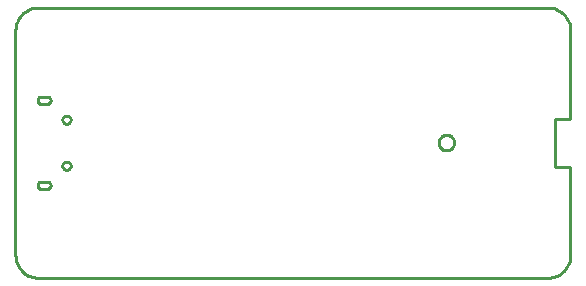
<source format=gbr>
G04 EAGLE Gerber RS-274X export*
G75*
%MOMM*%
%FSLAX34Y34*%
%LPD*%
%IN*%
%IPPOS*%
%AMOC8*
5,1,8,0,0,1.08239X$1,22.5*%
G01*
%ADD10C,0.254000*%


D10*
X0Y19050D02*
X73Y17390D01*
X289Y15742D01*
X649Y14120D01*
X1149Y12535D01*
X1785Y10999D01*
X2552Y9525D01*
X3445Y8123D01*
X4457Y6805D01*
X5580Y5580D01*
X6805Y4457D01*
X8123Y3445D01*
X9525Y2552D01*
X10999Y1785D01*
X12535Y1149D01*
X14120Y649D01*
X15742Y289D01*
X17390Y73D01*
X19050Y0D01*
X450850Y0D01*
X452510Y73D01*
X454158Y289D01*
X455781Y649D01*
X457365Y1149D01*
X458901Y1785D01*
X460375Y2552D01*
X461777Y3445D01*
X463095Y4457D01*
X464320Y5580D01*
X465443Y6805D01*
X466455Y8123D01*
X467348Y9525D01*
X468115Y10999D01*
X468751Y12535D01*
X469251Y14120D01*
X469611Y15742D01*
X469828Y17390D01*
X469900Y19050D01*
X469900Y93980D01*
X457200Y93980D01*
X457200Y134620D01*
X469900Y134620D01*
X469900Y209550D01*
X469828Y211210D01*
X469611Y212858D01*
X469251Y214481D01*
X468751Y216065D01*
X468115Y217601D01*
X467348Y219075D01*
X466455Y220477D01*
X465443Y221795D01*
X464320Y223020D01*
X463095Y224143D01*
X461777Y225155D01*
X460375Y226048D01*
X458901Y226815D01*
X457365Y227451D01*
X455781Y227951D01*
X454158Y228311D01*
X452510Y228528D01*
X450850Y228600D01*
X19050Y228600D01*
X17390Y228528D01*
X15742Y228311D01*
X14120Y227951D01*
X12535Y227451D01*
X10999Y226815D01*
X9525Y226048D01*
X8123Y225155D01*
X6805Y224143D01*
X5580Y223020D01*
X4457Y221795D01*
X3445Y220477D01*
X2552Y219075D01*
X1785Y217601D01*
X1149Y216065D01*
X649Y214481D01*
X289Y212858D01*
X73Y211210D01*
X0Y209550D01*
X0Y19050D01*
X18680Y78300D02*
X18669Y78059D01*
X18678Y77819D01*
X18709Y77580D01*
X18760Y77344D01*
X18832Y77114D01*
X18923Y76892D01*
X19034Y76677D01*
X19163Y76474D01*
X19309Y76282D01*
X19471Y76104D01*
X19648Y75941D01*
X19839Y75793D01*
X20041Y75663D01*
X20255Y75551D01*
X20477Y75458D01*
X20706Y75385D01*
X20941Y75332D01*
X21180Y75300D01*
X27180Y75300D01*
X27419Y75332D01*
X27654Y75385D01*
X27883Y75458D01*
X28105Y75551D01*
X28319Y75663D01*
X28522Y75793D01*
X28712Y75941D01*
X28889Y76104D01*
X29051Y76282D01*
X29197Y76474D01*
X29326Y76677D01*
X29437Y76892D01*
X29528Y77114D01*
X29600Y77344D01*
X29651Y77580D01*
X29682Y77819D01*
X29691Y78059D01*
X29680Y78300D01*
X29691Y78541D01*
X29682Y78781D01*
X29651Y79020D01*
X29600Y79256D01*
X29528Y79486D01*
X29437Y79709D01*
X29326Y79923D01*
X29197Y80126D01*
X29051Y80318D01*
X28889Y80496D01*
X28712Y80659D01*
X28522Y80807D01*
X28319Y80937D01*
X28105Y81049D01*
X27883Y81142D01*
X27654Y81215D01*
X27419Y81268D01*
X27180Y81300D01*
X21180Y81300D01*
X20941Y81268D01*
X20706Y81215D01*
X20477Y81142D01*
X20255Y81049D01*
X20041Y80937D01*
X19839Y80807D01*
X19648Y80659D01*
X19471Y80496D01*
X19309Y80318D01*
X19163Y80126D01*
X19034Y79923D01*
X18923Y79709D01*
X18832Y79486D01*
X18760Y79256D01*
X18709Y79020D01*
X18678Y78781D01*
X18669Y78541D01*
X18680Y78300D01*
X18680Y150300D02*
X18669Y150059D01*
X18678Y149819D01*
X18709Y149580D01*
X18760Y149344D01*
X18832Y149114D01*
X18923Y148892D01*
X19034Y148677D01*
X19163Y148474D01*
X19309Y148282D01*
X19471Y148104D01*
X19648Y147941D01*
X19839Y147793D01*
X20041Y147663D01*
X20255Y147551D01*
X20477Y147458D01*
X20706Y147385D01*
X20941Y147332D01*
X21180Y147300D01*
X27180Y147300D01*
X27419Y147332D01*
X27654Y147385D01*
X27883Y147458D01*
X28105Y147551D01*
X28319Y147663D01*
X28522Y147793D01*
X28712Y147941D01*
X28889Y148104D01*
X29051Y148282D01*
X29197Y148474D01*
X29326Y148677D01*
X29437Y148892D01*
X29528Y149114D01*
X29600Y149344D01*
X29651Y149580D01*
X29682Y149819D01*
X29691Y150059D01*
X29680Y150300D01*
X29691Y150541D01*
X29682Y150781D01*
X29651Y151020D01*
X29600Y151256D01*
X29528Y151486D01*
X29437Y151709D01*
X29326Y151923D01*
X29197Y152126D01*
X29051Y152318D01*
X28889Y152496D01*
X28712Y152659D01*
X28522Y152807D01*
X28319Y152937D01*
X28105Y153049D01*
X27883Y153142D01*
X27654Y153215D01*
X27419Y153268D01*
X27180Y153300D01*
X21180Y153300D01*
X20941Y153268D01*
X20706Y153215D01*
X20477Y153142D01*
X20255Y153049D01*
X20041Y152937D01*
X19839Y152807D01*
X19648Y152659D01*
X19471Y152496D01*
X19309Y152318D01*
X19163Y152126D01*
X19034Y151923D01*
X18923Y151709D01*
X18832Y151486D01*
X18760Y151256D01*
X18709Y151020D01*
X18678Y150781D01*
X18669Y150541D01*
X18680Y150300D01*
X42951Y130300D02*
X42496Y130360D01*
X42053Y130479D01*
X41629Y130654D01*
X41231Y130884D01*
X40867Y131163D01*
X40543Y131487D01*
X40264Y131851D01*
X40034Y132249D01*
X39859Y132673D01*
X39740Y133116D01*
X39680Y133571D01*
X39680Y134029D01*
X39740Y134484D01*
X39859Y134927D01*
X40034Y135351D01*
X40264Y135749D01*
X40543Y136113D01*
X40867Y136437D01*
X41231Y136716D01*
X41629Y136946D01*
X42053Y137121D01*
X42496Y137240D01*
X42951Y137300D01*
X43409Y137300D01*
X43864Y137240D01*
X44307Y137121D01*
X44731Y136946D01*
X45129Y136716D01*
X45493Y136437D01*
X45817Y136113D01*
X46096Y135749D01*
X46326Y135351D01*
X46501Y134927D01*
X46620Y134484D01*
X46680Y134029D01*
X46680Y133571D01*
X46620Y133116D01*
X46501Y132673D01*
X46326Y132249D01*
X46096Y131851D01*
X45817Y131487D01*
X45493Y131163D01*
X45129Y130884D01*
X44731Y130654D01*
X44307Y130479D01*
X43864Y130360D01*
X43409Y130300D01*
X42951Y130300D01*
X42951Y91300D02*
X42496Y91360D01*
X42053Y91479D01*
X41629Y91654D01*
X41231Y91884D01*
X40867Y92163D01*
X40543Y92487D01*
X40264Y92851D01*
X40034Y93249D01*
X39859Y93673D01*
X39740Y94116D01*
X39680Y94571D01*
X39680Y95029D01*
X39740Y95484D01*
X39859Y95927D01*
X40034Y96351D01*
X40264Y96749D01*
X40543Y97113D01*
X40867Y97437D01*
X41231Y97716D01*
X41629Y97946D01*
X42053Y98121D01*
X42496Y98240D01*
X42951Y98300D01*
X43409Y98300D01*
X43864Y98240D01*
X44307Y98121D01*
X44731Y97946D01*
X45129Y97716D01*
X45493Y97437D01*
X45817Y97113D01*
X46096Y96749D01*
X46326Y96351D01*
X46501Y95927D01*
X46620Y95484D01*
X46680Y95029D01*
X46680Y94571D01*
X46620Y94116D01*
X46501Y93673D01*
X46326Y93249D01*
X46096Y92851D01*
X45817Y92487D01*
X45493Y92163D01*
X45129Y91884D01*
X44731Y91654D01*
X44307Y91479D01*
X43864Y91360D01*
X43409Y91300D01*
X42951Y91300D01*
X358400Y114619D02*
X358463Y115255D01*
X358587Y115881D01*
X358773Y116492D01*
X359017Y117082D01*
X359318Y117646D01*
X359673Y118177D01*
X360078Y118670D01*
X360530Y119122D01*
X361023Y119527D01*
X361554Y119882D01*
X362118Y120183D01*
X362708Y120427D01*
X363319Y120613D01*
X363945Y120737D01*
X364581Y120800D01*
X365219Y120800D01*
X365855Y120737D01*
X366481Y120613D01*
X367092Y120427D01*
X367682Y120183D01*
X368246Y119882D01*
X368777Y119527D01*
X369270Y119122D01*
X369722Y118670D01*
X370127Y118177D01*
X370482Y117646D01*
X370783Y117082D01*
X371027Y116492D01*
X371213Y115881D01*
X371337Y115255D01*
X371400Y114619D01*
X371400Y113981D01*
X371337Y113345D01*
X371213Y112719D01*
X371027Y112108D01*
X370783Y111518D01*
X370482Y110954D01*
X370127Y110423D01*
X369722Y109930D01*
X369270Y109478D01*
X368777Y109073D01*
X368246Y108718D01*
X367682Y108417D01*
X367092Y108173D01*
X366481Y107987D01*
X365855Y107863D01*
X365219Y107800D01*
X364581Y107800D01*
X363945Y107863D01*
X363319Y107987D01*
X362708Y108173D01*
X362118Y108417D01*
X361554Y108718D01*
X361023Y109073D01*
X360530Y109478D01*
X360078Y109930D01*
X359673Y110423D01*
X359318Y110954D01*
X359017Y111518D01*
X358773Y112108D01*
X358587Y112719D01*
X358463Y113345D01*
X358400Y113981D01*
X358400Y114619D01*
M02*

</source>
